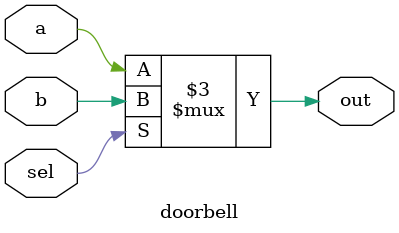
<source format=v>

`timescale 1ns / 100ps

module doorbell(
    //Todo: define inputs here
    input a,
    input b,
    input sel,
    output out
    );

    //Todo: define registers and wires here
    reg out;
	
    //Todo: define your logic here
   always  begin 
    if(sel)
     #5 out <= b;
    else
     #5 out <= a;
    end
                      
      
endmodule

</source>
